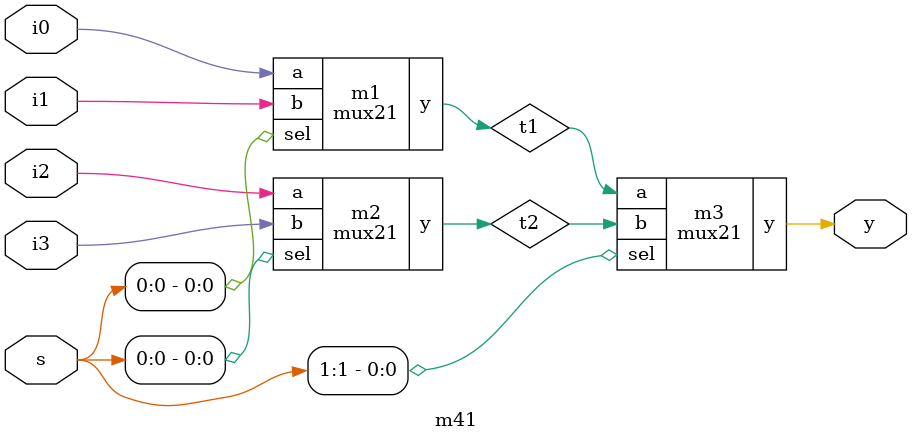
<source format=v>
module mux21(
 input a,b,sel,
 output y
    );
    
assign y =( sel==1'b0 ) ? a : b;    
    
endmodule

module m41(
input i0,i1,i2,i3,
input [1:0] s,
output y
);

wire t1,t2;

mux21 m1 (i0,i1,s[0],t1);
mux21 m2 (i2,i3,s[0],t2);
mux21 m3 (t1,t2,s[1],y);

endmodule

 

</source>
